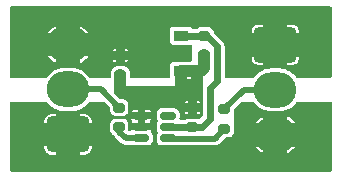
<source format=gbr>
%TF.GenerationSoftware,KiCad,Pcbnew,7.0.7*%
%TF.CreationDate,2023-10-29T23:30:44-04:00*%
%TF.ProjectId,Pixel_Boost2,50697865-6c5f-4426-9f6f-7374322e6b69,v2*%
%TF.SameCoordinates,Original*%
%TF.FileFunction,Copper,L1,Top*%
%TF.FilePolarity,Positive*%
%FSLAX46Y46*%
G04 Gerber Fmt 4.6, Leading zero omitted, Abs format (unit mm)*
G04 Created by KiCad (PCBNEW 7.0.7) date 2023-10-29 23:30:44*
%MOMM*%
%LPD*%
G01*
G04 APERTURE LIST*
G04 Aperture macros list*
%AMRoundRect*
0 Rectangle with rounded corners*
0 $1 Rounding radius*
0 $2 $3 $4 $5 $6 $7 $8 $9 X,Y pos of 4 corners*
0 Add a 4 corners polygon primitive as box body*
4,1,4,$2,$3,$4,$5,$6,$7,$8,$9,$2,$3,0*
0 Add four circle primitives for the rounded corners*
1,1,$1+$1,$2,$3*
1,1,$1+$1,$4,$5*
1,1,$1+$1,$6,$7*
1,1,$1+$1,$8,$9*
0 Add four rect primitives between the rounded corners*
20,1,$1+$1,$2,$3,$4,$5,0*
20,1,$1+$1,$4,$5,$6,$7,0*
20,1,$1+$1,$6,$7,$8,$9,0*
20,1,$1+$1,$8,$9,$2,$3,0*%
%AMFreePoly0*
4,1,9,3.862500,-0.866500,0.737500,-0.866500,0.737500,-0.450000,-0.737500,-0.450000,-0.737500,0.450000,0.737500,0.450000,0.737500,0.866500,3.862500,0.866500,3.862500,-0.866500,3.862500,-0.866500,$1*%
G04 Aperture macros list end*
%TA.AperFunction,ComponentPad*%
%ADD10RoundRect,0.416667X-1.383333X1.083333X-1.383333X-1.083333X1.383333X-1.083333X1.383333X1.083333X0*%
%TD*%
%TA.AperFunction,ComponentPad*%
%ADD11O,3.600000X3.000000*%
%TD*%
%TA.AperFunction,ComponentPad*%
%ADD12RoundRect,0.416667X1.383333X-1.083333X1.383333X1.083333X-1.383333X1.083333X-1.383333X-1.083333X0*%
%TD*%
%TA.AperFunction,SMDPad,CuDef*%
%ADD13RoundRect,0.150000X-0.512500X-0.150000X0.512500X-0.150000X0.512500X0.150000X-0.512500X0.150000X0*%
%TD*%
%TA.AperFunction,SMDPad,CuDef*%
%ADD14RoundRect,0.200000X-0.275000X0.200000X-0.275000X-0.200000X0.275000X-0.200000X0.275000X0.200000X0*%
%TD*%
%TA.AperFunction,SMDPad,CuDef*%
%ADD15RoundRect,0.200000X0.275000X-0.200000X0.275000X0.200000X-0.275000X0.200000X-0.275000X-0.200000X0*%
%TD*%
%TA.AperFunction,SMDPad,CuDef*%
%ADD16R,1.300000X0.900000*%
%TD*%
%TA.AperFunction,SMDPad,CuDef*%
%ADD17FreePoly0,180.000000*%
%TD*%
%TA.AperFunction,ViaPad*%
%ADD18C,0.800000*%
%TD*%
%TA.AperFunction,Conductor*%
%ADD19C,0.600000*%
%TD*%
%TA.AperFunction,Conductor*%
%ADD20C,0.500000*%
%TD*%
%TA.AperFunction,Conductor*%
%ADD21C,1.000000*%
%TD*%
%TA.AperFunction,Conductor*%
%ADD22C,0.350000*%
%TD*%
G04 APERTURE END LIST*
D10*
%TO.P,J2,1,Pin_1*%
%TO.N,+12V*%
X160020000Y-109260000D03*
D11*
%TO.P,J2,2,Pin_2*%
%TO.N,Net-(J2-Pin_2)*%
X160020000Y-113070000D03*
%TO.P,J2,3,Pin_3*%
%TO.N,GND*%
X160020000Y-116880000D03*
%TD*%
D12*
%TO.P,J1,1,Pin_1*%
%TO.N,GND*%
X142467500Y-116842500D03*
D11*
%TO.P,J1,2,Pin_2*%
%TO.N,Net-(J1-Pin_2)*%
X142467500Y-113032500D03*
%TO.P,J1,3,Pin_3*%
%TO.N,+12V*%
X142467500Y-109222500D03*
%TD*%
D13*
%TO.P,U3,1*%
%TO.N,GND*%
X148662500Y-115250000D03*
%TO.P,U3,2,GND*%
X148662500Y-116200000D03*
%TO.P,U3,3*%
%TO.N,Net-(R1-Pad2)*%
X148662500Y-117150000D03*
%TO.P,U3,4*%
%TO.N,Net-(R2-Pad1)*%
X150937500Y-117150000D03*
%TO.P,U3,5,VCC*%
%TO.N,+5V*%
X150937500Y-116200000D03*
%TO.P,U3,6*%
%TO.N,unconnected-(U3-Pad6)*%
X150937500Y-115250000D03*
%TD*%
D14*
%TO.P,R1,1*%
%TO.N,Net-(J1-Pin_2)*%
X146800000Y-114575000D03*
%TO.P,R1,2*%
%TO.N,Net-(R1-Pad2)*%
X146800000Y-116225000D03*
%TD*%
D15*
%TO.P,C3,1*%
%TO.N,+5V*%
X153000000Y-116225000D03*
%TO.P,C3,2*%
%TO.N,GND*%
X153000000Y-114575000D03*
%TD*%
D16*
%TO.P,U1,1,GND*%
%TO.N,GND*%
X152050000Y-111485000D03*
D17*
%TO.P,U1,2,VI*%
%TO.N,+12V*%
X151962500Y-109985000D03*
D16*
%TO.P,U1,3,VO*%
%TO.N,+5V*%
X152050000Y-108485000D03*
%TD*%
D15*
%TO.P,R2,1*%
%TO.N,Net-(R2-Pad1)*%
X155710000Y-116375000D03*
%TO.P,R2,2*%
%TO.N,Net-(J2-Pin_2)*%
X155710000Y-114725000D03*
%TD*%
D14*
%TO.P,C1,1*%
%TO.N,+12V*%
X146900000Y-110175000D03*
%TO.P,C1,2*%
%TO.N,GND*%
X146900000Y-111825000D03*
%TD*%
%TO.P,C2,1*%
%TO.N,+5V*%
X154020000Y-108480000D03*
%TO.P,C2,2*%
%TO.N,GND*%
X154020000Y-110130000D03*
%TD*%
D18*
%TO.N,GND*%
X152300000Y-118300000D03*
X155310000Y-118220000D03*
X151000000Y-114190000D03*
X149700000Y-118330000D03*
X148700000Y-114200000D03*
X146825000Y-118300000D03*
%TO.N,+12V*%
X156260000Y-106960000D03*
X148475000Y-111506000D03*
X150400000Y-111506000D03*
X156300000Y-111390000D03*
X148625000Y-108210000D03*
X150425000Y-108210000D03*
X146875000Y-108925000D03*
%TD*%
D19*
%TO.N,+5V*%
X153800000Y-116200000D02*
X150937500Y-116200000D01*
X154500000Y-115500000D02*
X153800000Y-116200000D01*
X154500000Y-112950000D02*
X154500000Y-115500000D01*
X155110000Y-109390000D02*
X155110000Y-112340000D01*
X155110000Y-112340000D02*
X154500000Y-112950000D01*
X154200000Y-108480000D02*
X155110000Y-109390000D01*
D20*
X154020000Y-108480000D02*
X154200000Y-108480000D01*
%TO.N,Net-(J2-Pin_2)*%
X155710000Y-114690000D02*
X155710000Y-114725000D01*
X157332500Y-113067500D02*
X155710000Y-114690000D01*
X160017500Y-113067500D02*
X157332500Y-113067500D01*
%TO.N,Net-(R2-Pad1)*%
X150887500Y-117200000D02*
X150862500Y-117175000D01*
X154885000Y-117200000D02*
X150887500Y-117200000D01*
X155710000Y-116375000D02*
X154885000Y-117200000D01*
%TO.N,Net-(R1-Pad2)*%
X147350000Y-117150000D02*
X148662500Y-117150000D01*
X146800000Y-116600000D02*
X147350000Y-117150000D01*
X146800000Y-116225000D02*
X146800000Y-116600000D01*
D19*
%TO.N,+5V*%
X152050000Y-108485000D02*
X154015000Y-108485000D01*
D20*
X154015000Y-108485000D02*
X154020000Y-108480000D01*
D21*
%TO.N,GND*%
X152050000Y-113150000D02*
X151925000Y-113275000D01*
X154020000Y-110130000D02*
X154020000Y-111216498D01*
X151925000Y-113275000D02*
X148600000Y-113275000D01*
X152050000Y-111485000D02*
X152050000Y-113150000D01*
X146900000Y-111825000D02*
X146900000Y-113075000D01*
X154020000Y-111216498D02*
X153751498Y-111485000D01*
X153751498Y-111485000D02*
X152050000Y-111485000D01*
X146900000Y-113075000D02*
X147100000Y-113275000D01*
X147100000Y-113275000D02*
X149250000Y-113275000D01*
D20*
%TO.N,Net-(J1-Pin_2)*%
X145257500Y-113032500D02*
X142467500Y-113032500D01*
X146800000Y-114575000D02*
X145257500Y-113032500D01*
D22*
%TO.N,Net-(J2-Pin_2)*%
X160020000Y-113070000D02*
X160017500Y-113067500D01*
%TD*%
%TA.AperFunction,Conductor*%
%TO.N,GND*%
G36*
X153858366Y-111619289D02*
G01*
X153895057Y-111669789D01*
X153900000Y-111701000D01*
X153900000Y-112842235D01*
X153899567Y-112848834D01*
X153891201Y-112912380D01*
X153891200Y-112912396D01*
X153886250Y-112949997D01*
X153886250Y-112949999D01*
X153891068Y-112986594D01*
X153891500Y-112993193D01*
X153891500Y-115206114D01*
X153872211Y-115265480D01*
X153861918Y-115277532D01*
X153599247Y-115540203D01*
X153543629Y-115568542D01*
X153492533Y-115563417D01*
X153384199Y-115523010D01*
X153323646Y-115516500D01*
X153323638Y-115516500D01*
X152676362Y-115516500D01*
X152676353Y-115516500D01*
X152615802Y-115523010D01*
X152615799Y-115523010D01*
X152615799Y-115523011D01*
X152478796Y-115574111D01*
X152478794Y-115574112D01*
X152478792Y-115574113D01*
X152472452Y-115577575D01*
X152471160Y-115575210D01*
X152423400Y-115591490D01*
X152421951Y-115591500D01*
X152006635Y-115591500D01*
X151947269Y-115572211D01*
X151910578Y-115521711D01*
X151906076Y-115481070D01*
X151908500Y-115455226D01*
X151908500Y-115044774D01*
X151905595Y-115013797D01*
X151892020Y-114975000D01*
X152368994Y-114975000D01*
X152390804Y-115017803D01*
X152390806Y-115017806D01*
X152482190Y-115109191D01*
X152597348Y-115167867D01*
X152600000Y-115168286D01*
X152600000Y-114975000D01*
X153400000Y-114975000D01*
X153400000Y-115168286D01*
X153402651Y-115167867D01*
X153517809Y-115109191D01*
X153609193Y-115017806D01*
X153609195Y-115017803D01*
X153631005Y-114975000D01*
X153400000Y-114975000D01*
X152600000Y-114975000D01*
X152368994Y-114975000D01*
X151892020Y-114975000D01*
X151859946Y-114883337D01*
X151777871Y-114772129D01*
X151666663Y-114690054D01*
X151666661Y-114690053D01*
X151599265Y-114666471D01*
X151536203Y-114644405D01*
X151505226Y-114641500D01*
X150369774Y-114641500D01*
X150338797Y-114644405D01*
X150208338Y-114690053D01*
X150097129Y-114772129D01*
X150015053Y-114883338D01*
X149969405Y-115013797D01*
X149966500Y-115044778D01*
X149966500Y-115455221D01*
X149969405Y-115486202D01*
X150015053Y-115616662D01*
X150015055Y-115616665D01*
X150050745Y-115665023D01*
X150070478Y-115724243D01*
X150051634Y-115783752D01*
X150050746Y-115784973D01*
X150015056Y-115833331D01*
X150015053Y-115833337D01*
X149969405Y-115963797D01*
X149966500Y-115994778D01*
X149966500Y-116405221D01*
X149969405Y-116436202D01*
X150015053Y-116566662D01*
X150015054Y-116566664D01*
X150050746Y-116615025D01*
X150070478Y-116674245D01*
X150051633Y-116733754D01*
X150050746Y-116734975D01*
X150015054Y-116783335D01*
X150015053Y-116783337D01*
X149969404Y-116913796D01*
X149969405Y-116913797D01*
X149966500Y-116944774D01*
X149966500Y-117355226D01*
X149968279Y-117374192D01*
X149969405Y-117386202D01*
X150007565Y-117495262D01*
X150015054Y-117516663D01*
X150097129Y-117627871D01*
X150208337Y-117709946D01*
X150338797Y-117755595D01*
X150369774Y-117758500D01*
X150810736Y-117758500D01*
X150856273Y-117758500D01*
X150861440Y-117758765D01*
X150871846Y-117759834D01*
X150906747Y-117763422D01*
X150926774Y-117759968D01*
X150943935Y-117758500D01*
X154875462Y-117758500D01*
X154942649Y-117760795D01*
X154942649Y-117760794D01*
X154942652Y-117760795D01*
X154986924Y-117750006D01*
X154991959Y-117749049D01*
X155037098Y-117742846D01*
X155055739Y-117734748D01*
X155072067Y-117729258D01*
X155091815Y-117724446D01*
X155131510Y-117702126D01*
X155136138Y-117699826D01*
X155177916Y-117681680D01*
X155193685Y-117668849D01*
X155207924Y-117659159D01*
X155225639Y-117649199D01*
X155257845Y-117616991D01*
X155261669Y-117613541D01*
X155297010Y-117584790D01*
X155308737Y-117568175D01*
X155319822Y-117555014D01*
X155761755Y-117113082D01*
X155817374Y-117084743D01*
X155833174Y-117083500D01*
X156033630Y-117083500D01*
X156033638Y-117083500D01*
X156094201Y-117076989D01*
X156231204Y-117025889D01*
X156348261Y-116938261D01*
X156353765Y-116930909D01*
X159016132Y-116930909D01*
X159046929Y-117131939D01*
X159046931Y-117131945D01*
X159117563Y-117322661D01*
X159117568Y-117322670D01*
X159225141Y-117495256D01*
X159225143Y-117495259D01*
X159225146Y-117495263D01*
X159340867Y-117617001D01*
X159365269Y-117642672D01*
X159395044Y-117663396D01*
X159532195Y-117758856D01*
X159719093Y-117839060D01*
X159758936Y-117847247D01*
X159918306Y-117880000D01*
X159918310Y-117880000D01*
X160070708Y-117880000D01*
X160070712Y-117880000D01*
X161020000Y-117880000D01*
X161020000Y-118439378D01*
X161080103Y-118415155D01*
X161080106Y-118415154D01*
X161305532Y-118281136D01*
X161305539Y-118281131D01*
X161507867Y-118114271D01*
X161682354Y-117918483D01*
X161682357Y-117918479D01*
X161707276Y-117880000D01*
X161020000Y-117880000D01*
X160070712Y-117880000D01*
X160222337Y-117864581D01*
X160416390Y-117803697D01*
X160594214Y-117704996D01*
X160748531Y-117572520D01*
X160873021Y-117411692D01*
X160873021Y-117411690D01*
X160873023Y-117411689D01*
X160917014Y-117322003D01*
X160962588Y-117229096D01*
X161013566Y-117032209D01*
X161023867Y-116829090D01*
X161016858Y-116783337D01*
X160993070Y-116628060D01*
X160993069Y-116628058D01*
X160993069Y-116628055D01*
X160922435Y-116437335D01*
X160848270Y-116318348D01*
X160814858Y-116264743D01*
X160814856Y-116264741D01*
X160814854Y-116264737D01*
X160674732Y-116117329D01*
X160674731Y-116117328D01*
X160674730Y-116117327D01*
X160585189Y-116055005D01*
X160507805Y-116001144D01*
X160395872Y-115953110D01*
X160320910Y-115920941D01*
X160320905Y-115920939D01*
X160121694Y-115880000D01*
X160121690Y-115880000D01*
X159969288Y-115880000D01*
X159969281Y-115880000D01*
X159817668Y-115895418D01*
X159817662Y-115895419D01*
X159623612Y-115956301D01*
X159445784Y-116055005D01*
X159291470Y-116187478D01*
X159291467Y-116187482D01*
X159166977Y-116348309D01*
X159166976Y-116348310D01*
X159077414Y-116530898D01*
X159077411Y-116530904D01*
X159026434Y-116727789D01*
X159026433Y-116727796D01*
X159016132Y-116930908D01*
X159016132Y-116930909D01*
X156353765Y-116930909D01*
X156435889Y-116821204D01*
X156486989Y-116684201D01*
X156493500Y-116623638D01*
X156493500Y-116298335D01*
X156500000Y-116278329D01*
X156500000Y-115879999D01*
X158332724Y-115879999D01*
X158332725Y-115880000D01*
X159020000Y-115880000D01*
X159020000Y-115320694D01*
X161020000Y-115320694D01*
X161020000Y-115880000D01*
X161705368Y-115880000D01*
X161598867Y-115740283D01*
X161409893Y-115558413D01*
X161195393Y-115407538D01*
X161195386Y-115407534D01*
X161020000Y-115320694D01*
X159020000Y-115320694D01*
X159020000Y-115320619D01*
X158959890Y-115344847D01*
X158734467Y-115478863D01*
X158734460Y-115478868D01*
X158532132Y-115645728D01*
X158357645Y-115841516D01*
X158357642Y-115841520D01*
X158332724Y-115879999D01*
X156500000Y-115879999D01*
X156500000Y-114927781D01*
X156494743Y-114917464D01*
X156493500Y-114901664D01*
X156493500Y-114738174D01*
X156512789Y-114678808D01*
X156523082Y-114666756D01*
X157090257Y-114099582D01*
X157145875Y-114071243D01*
X157161675Y-114070000D01*
X158159574Y-114070000D01*
X158218940Y-114089289D01*
X158243024Y-114114105D01*
X158302091Y-114200740D01*
X158302098Y-114200749D01*
X158486455Y-114399440D01*
X158677453Y-114551755D01*
X158698379Y-114568443D01*
X158933121Y-114703971D01*
X158933126Y-114703973D01*
X158933128Y-114703974D01*
X159055849Y-114752138D01*
X159185441Y-114802999D01*
X159449701Y-114863315D01*
X159603083Y-114874809D01*
X159652329Y-114878500D01*
X159652332Y-114878500D01*
X160387671Y-114878500D01*
X160433225Y-114875085D01*
X160590299Y-114863315D01*
X160854559Y-114802999D01*
X161106879Y-114703971D01*
X161341621Y-114568443D01*
X161553542Y-114399442D01*
X161737907Y-114200743D01*
X161796976Y-114114104D01*
X161846356Y-114075920D01*
X161880426Y-114070000D01*
X164688500Y-114070000D01*
X164747866Y-114089289D01*
X164784557Y-114139789D01*
X164789500Y-114171000D01*
X164789500Y-119898500D01*
X164770211Y-119957866D01*
X164719711Y-119994557D01*
X164688500Y-119999500D01*
X137676500Y-119999500D01*
X137617134Y-119980211D01*
X137580443Y-119929711D01*
X137575500Y-119898500D01*
X137575500Y-117842500D01*
X140459500Y-117842500D01*
X140459500Y-117988915D01*
X140462286Y-118024326D01*
X140506318Y-118175888D01*
X140506319Y-118175891D01*
X140586661Y-118311740D01*
X140698259Y-118423338D01*
X140834108Y-118503680D01*
X140834111Y-118503681D01*
X140985673Y-118547713D01*
X141021085Y-118550500D01*
X141467500Y-118550500D01*
X141467500Y-117842500D01*
X140459500Y-117842500D01*
X137575500Y-117842500D01*
X137575500Y-116893409D01*
X141463632Y-116893409D01*
X141494429Y-117094439D01*
X141494431Y-117094445D01*
X141565063Y-117285161D01*
X141565068Y-117285170D01*
X141672641Y-117457756D01*
X141672643Y-117457759D01*
X141672646Y-117457763D01*
X141793396Y-117584792D01*
X141812769Y-117605172D01*
X141845380Y-117627870D01*
X141979695Y-117721356D01*
X142166593Y-117801560D01*
X142176997Y-117803698D01*
X142365806Y-117842500D01*
X142365810Y-117842500D01*
X142518208Y-117842500D01*
X142518212Y-117842500D01*
X143467500Y-117842500D01*
X143467500Y-118550500D01*
X143913915Y-118550500D01*
X143949326Y-118547713D01*
X144100888Y-118503681D01*
X144100891Y-118503680D01*
X144236740Y-118423338D01*
X144348338Y-118311740D01*
X144428680Y-118175891D01*
X144428681Y-118175888D01*
X144472713Y-118024326D01*
X144475500Y-117988915D01*
X144475500Y-117880000D01*
X158334631Y-117880000D01*
X158441132Y-118019716D01*
X158630106Y-118201586D01*
X158844606Y-118352461D01*
X158844613Y-118352465D01*
X159020000Y-118439304D01*
X159020000Y-117880000D01*
X158334631Y-117880000D01*
X144475500Y-117880000D01*
X144475500Y-117842500D01*
X143467500Y-117842500D01*
X142518212Y-117842500D01*
X142669837Y-117827081D01*
X142863890Y-117766197D01*
X143041714Y-117667496D01*
X143196031Y-117535020D01*
X143320521Y-117374192D01*
X143320521Y-117374190D01*
X143320523Y-117374189D01*
X143391694Y-117229095D01*
X143410088Y-117191596D01*
X143461066Y-116994709D01*
X143471367Y-116791590D01*
X143445727Y-116624226D01*
X143440570Y-116590560D01*
X143440569Y-116590558D01*
X143440569Y-116590555D01*
X143397271Y-116473646D01*
X146016500Y-116473646D01*
X146023010Y-116534197D01*
X146023010Y-116534199D01*
X146023011Y-116534201D01*
X146056370Y-116623638D01*
X146074112Y-116671206D01*
X146161738Y-116788260D01*
X146161739Y-116788261D01*
X146278796Y-116875889D01*
X146278799Y-116875890D01*
X146289209Y-116879773D01*
X146338092Y-116918591D01*
X146341951Y-116924901D01*
X146350800Y-116940637D01*
X146350801Y-116940639D01*
X146382998Y-116972837D01*
X146386465Y-116976678D01*
X146401134Y-116994709D01*
X146415210Y-117012010D01*
X146431817Y-117023732D01*
X146444990Y-117034828D01*
X146948331Y-117538169D01*
X146994225Y-117587309D01*
X147033131Y-117610968D01*
X147037407Y-117613878D01*
X147073699Y-117641399D01*
X147092608Y-117648855D01*
X147108031Y-117656516D01*
X147125397Y-117667077D01*
X147125401Y-117667079D01*
X147169251Y-117679365D01*
X147174157Y-117681015D01*
X147211538Y-117695756D01*
X147216523Y-117697722D01*
X147236749Y-117699800D01*
X147253667Y-117703017D01*
X147273232Y-117708499D01*
X147273236Y-117708500D01*
X147318773Y-117708500D01*
X147323940Y-117708765D01*
X147334346Y-117709834D01*
X147369247Y-117713422D01*
X147389274Y-117709968D01*
X147406435Y-117708500D01*
X147912045Y-117708500D01*
X147945403Y-117714168D01*
X148063797Y-117755595D01*
X148094774Y-117758500D01*
X148094779Y-117758500D01*
X149230221Y-117758500D01*
X149230226Y-117758500D01*
X149261203Y-117755595D01*
X149391663Y-117709946D01*
X149502871Y-117627871D01*
X149584946Y-117516663D01*
X149630595Y-117386203D01*
X149633500Y-117355226D01*
X149633500Y-116944774D01*
X149630595Y-116913797D01*
X149584946Y-116783337D01*
X149502871Y-116672129D01*
X149502869Y-116672128D01*
X149502869Y-116672127D01*
X149497519Y-116666777D01*
X149499481Y-116664814D01*
X149470461Y-116624226D01*
X149470935Y-116561806D01*
X149476015Y-116549387D01*
X149500159Y-116500000D01*
X147824841Y-116500000D01*
X147797386Y-116543982D01*
X147749587Y-116584128D01*
X147711709Y-116591500D01*
X147683269Y-116591500D01*
X147623903Y-116572211D01*
X147587212Y-116521711D01*
X147582847Y-116479709D01*
X147583500Y-116473638D01*
X147583500Y-115976362D01*
X147576989Y-115915799D01*
X147525889Y-115778796D01*
X147497445Y-115740800D01*
X147438261Y-115661739D01*
X147438260Y-115661738D01*
X147321206Y-115574112D01*
X147321204Y-115574111D01*
X147256561Y-115550000D01*
X147824842Y-115550000D01*
X147854615Y-115610903D01*
X147897294Y-115653582D01*
X147925633Y-115709200D01*
X147915868Y-115770853D01*
X147897294Y-115796418D01*
X147854615Y-115839096D01*
X147824842Y-115900000D01*
X148362500Y-115900000D01*
X148362500Y-115550000D01*
X148962500Y-115550000D01*
X148962500Y-115900000D01*
X149500158Y-115900000D01*
X149470384Y-115839096D01*
X149427706Y-115796418D01*
X149399367Y-115740800D01*
X149409132Y-115679147D01*
X149427706Y-115653582D01*
X149470384Y-115610903D01*
X149500158Y-115550000D01*
X148962500Y-115550000D01*
X148362500Y-115550000D01*
X147824842Y-115550000D01*
X147256561Y-115550000D01*
X147184201Y-115523011D01*
X147184199Y-115523010D01*
X147184197Y-115523010D01*
X147123646Y-115516500D01*
X147123638Y-115516500D01*
X146476362Y-115516500D01*
X146476353Y-115516500D01*
X146415802Y-115523010D01*
X146278793Y-115574112D01*
X146161739Y-115661738D01*
X146161738Y-115661739D01*
X146074112Y-115778793D01*
X146074110Y-115778796D01*
X146074111Y-115778796D01*
X146030613Y-115895419D01*
X146023010Y-115915802D01*
X146016500Y-115976353D01*
X146016500Y-116473646D01*
X143397271Y-116473646D01*
X143369935Y-116399835D01*
X143262354Y-116227237D01*
X143122232Y-116079829D01*
X143122231Y-116079828D01*
X143122230Y-116079827D01*
X143032689Y-116017505D01*
X142955305Y-115963644D01*
X142843372Y-115915610D01*
X142768410Y-115883441D01*
X142768405Y-115883439D01*
X142569194Y-115842500D01*
X142569190Y-115842500D01*
X142416788Y-115842500D01*
X142416781Y-115842500D01*
X142265168Y-115857918D01*
X142265162Y-115857919D01*
X142071112Y-115918801D01*
X141893284Y-116017505D01*
X141738970Y-116149978D01*
X141738967Y-116149982D01*
X141614477Y-116310809D01*
X141614476Y-116310810D01*
X141524914Y-116493398D01*
X141524911Y-116493404D01*
X141473934Y-116690289D01*
X141473933Y-116690296D01*
X141463632Y-116893408D01*
X141463632Y-116893409D01*
X137575500Y-116893409D01*
X137575500Y-115842500D01*
X140459500Y-115842500D01*
X141467500Y-115842500D01*
X141467500Y-115134500D01*
X143467500Y-115134500D01*
X143467500Y-115842500D01*
X144475500Y-115842500D01*
X144475500Y-115696085D01*
X144472713Y-115660673D01*
X144428681Y-115509111D01*
X144428680Y-115509108D01*
X144348338Y-115373259D01*
X144236740Y-115261661D01*
X144100891Y-115181319D01*
X144100888Y-115181318D01*
X143949326Y-115137286D01*
X143913915Y-115134500D01*
X143467500Y-115134500D01*
X141467500Y-115134500D01*
X141021085Y-115134500D01*
X140985673Y-115137286D01*
X140834111Y-115181318D01*
X140834108Y-115181319D01*
X140698259Y-115261661D01*
X140586661Y-115373259D01*
X140506319Y-115509108D01*
X140506318Y-115509111D01*
X140462286Y-115660673D01*
X140459500Y-115696085D01*
X140459500Y-115842500D01*
X137575500Y-115842500D01*
X137575500Y-114171000D01*
X137594789Y-114111634D01*
X137645289Y-114074943D01*
X137676500Y-114070000D01*
X140632641Y-114070000D01*
X140692007Y-114089289D01*
X140716091Y-114114105D01*
X140749591Y-114163240D01*
X140749598Y-114163249D01*
X140933955Y-114361940D01*
X140980982Y-114399442D01*
X141145879Y-114530943D01*
X141380621Y-114666471D01*
X141380626Y-114666473D01*
X141380628Y-114666474D01*
X141456721Y-114696338D01*
X141632941Y-114765499D01*
X141897201Y-114825815D01*
X142050583Y-114837309D01*
X142099829Y-114841000D01*
X142099832Y-114841000D01*
X142835171Y-114841000D01*
X142880726Y-114837585D01*
X143037799Y-114825815D01*
X143302059Y-114765499D01*
X143554379Y-114666471D01*
X143789121Y-114530943D01*
X144001042Y-114361942D01*
X144185407Y-114163243D01*
X144218908Y-114114105D01*
X144268289Y-114075920D01*
X144302359Y-114070000D01*
X145463326Y-114070000D01*
X145522692Y-114089289D01*
X145534744Y-114099582D01*
X145986918Y-114551755D01*
X146015257Y-114607373D01*
X146016500Y-114623173D01*
X146016500Y-114823646D01*
X146023010Y-114884197D01*
X146023010Y-114884199D01*
X146023011Y-114884201D01*
X146072844Y-115017806D01*
X146074112Y-115021206D01*
X146161738Y-115138260D01*
X146161739Y-115138261D01*
X146219257Y-115181319D01*
X146278796Y-115225889D01*
X146415799Y-115276989D01*
X146476362Y-115283500D01*
X146476370Y-115283500D01*
X147123630Y-115283500D01*
X147123638Y-115283500D01*
X147184201Y-115276989D01*
X147321204Y-115225889D01*
X147438261Y-115138261D01*
X147525889Y-115021204D01*
X147552447Y-114950000D01*
X147824842Y-114950000D01*
X148362500Y-114950000D01*
X148362500Y-114742000D01*
X148962500Y-114742000D01*
X148962500Y-114950000D01*
X149500158Y-114950000D01*
X149470384Y-114889096D01*
X149385901Y-114804613D01*
X149278561Y-114752138D01*
X149278562Y-114752138D01*
X149208974Y-114742000D01*
X148962500Y-114742000D01*
X148362500Y-114742000D01*
X148116026Y-114742000D01*
X148046438Y-114752138D01*
X147939098Y-114804613D01*
X147854615Y-114889096D01*
X147824842Y-114950000D01*
X147552447Y-114950000D01*
X147576989Y-114884201D01*
X147583500Y-114823638D01*
X147583500Y-114326362D01*
X147576989Y-114265799D01*
X147543122Y-114174999D01*
X152368994Y-114174999D01*
X152368995Y-114175000D01*
X152600000Y-114175000D01*
X152600000Y-113981712D01*
X153400000Y-113981712D01*
X153400000Y-114175000D01*
X153631005Y-114175000D01*
X153631005Y-114174999D01*
X153609195Y-114132196D01*
X153609193Y-114132193D01*
X153517809Y-114040808D01*
X153402651Y-113982132D01*
X153400000Y-113981712D01*
X152600000Y-113981712D01*
X152597348Y-113982132D01*
X152482190Y-114040808D01*
X152390806Y-114132193D01*
X152390804Y-114132196D01*
X152368994Y-114174999D01*
X147543122Y-114174999D01*
X147525889Y-114128796D01*
X147514891Y-114114105D01*
X147438261Y-114011739D01*
X147438260Y-114011738D01*
X147321206Y-113924112D01*
X147321204Y-113924111D01*
X147184201Y-113873011D01*
X147184199Y-113873010D01*
X147184197Y-113873010D01*
X147123646Y-113866500D01*
X147123638Y-113866500D01*
X146923174Y-113866500D01*
X146863808Y-113847211D01*
X146851756Y-113836918D01*
X146427508Y-113412670D01*
X146399169Y-113357052D01*
X146397932Y-113340166D01*
X146398914Y-113249900D01*
X146418848Y-113190748D01*
X146469744Y-113154609D01*
X146499908Y-113150000D01*
X152100000Y-113150000D01*
X152100000Y-112243999D01*
X152119289Y-112184633D01*
X152169789Y-112147942D01*
X152201000Y-112142999D01*
X152720486Y-112142999D01*
X152781158Y-112130931D01*
X152849959Y-112084960D01*
X152849960Y-112084959D01*
X152895931Y-112016157D01*
X152908000Y-111955482D01*
X152908000Y-111701000D01*
X152927289Y-111641634D01*
X152977789Y-111604943D01*
X153009000Y-111600000D01*
X153799000Y-111600000D01*
X153858366Y-111619289D01*
G37*
%TD.AperFunction*%
%TD*%
%TA.AperFunction,Conductor*%
%TO.N,+12V*%
G36*
X164747866Y-106019789D02*
G01*
X164784557Y-106070289D01*
X164789500Y-106101500D01*
X164789500Y-111959000D01*
X164770211Y-112018366D01*
X164719711Y-112055057D01*
X164688500Y-112060000D01*
X161873608Y-112060000D01*
X161814242Y-112040711D01*
X161790158Y-112015895D01*
X161737908Y-111939258D01*
X161737901Y-111939250D01*
X161553544Y-111740559D01*
X161341623Y-111571558D01*
X161245045Y-111515799D01*
X161106879Y-111436029D01*
X161106875Y-111436027D01*
X161106871Y-111436025D01*
X160854565Y-111337003D01*
X160854557Y-111337000D01*
X160590302Y-111276685D01*
X160387671Y-111261500D01*
X160387668Y-111261500D01*
X159652332Y-111261500D01*
X159652329Y-111261500D01*
X159449697Y-111276685D01*
X159185442Y-111337000D01*
X159185434Y-111337003D01*
X158933128Y-111436025D01*
X158698376Y-111571558D01*
X158486455Y-111740559D01*
X158302098Y-111939250D01*
X158302095Y-111939253D01*
X158249841Y-112015896D01*
X158200461Y-112054080D01*
X158166391Y-112060000D01*
X155819500Y-112060000D01*
X155760134Y-112040711D01*
X155723443Y-111990211D01*
X155718500Y-111959000D01*
X155718500Y-110260000D01*
X158012000Y-110260000D01*
X158012000Y-110406415D01*
X158014786Y-110441826D01*
X158058818Y-110593388D01*
X158058819Y-110593391D01*
X158139161Y-110729240D01*
X158250759Y-110840838D01*
X158386608Y-110921180D01*
X158386611Y-110921181D01*
X158538173Y-110965213D01*
X158573585Y-110968000D01*
X159020000Y-110968000D01*
X159020000Y-110260000D01*
X158012000Y-110260000D01*
X155718500Y-110260000D01*
X155718500Y-109433191D01*
X155718933Y-109426592D01*
X155720827Y-109412203D01*
X155723750Y-109390000D01*
X155718663Y-109351365D01*
X155718661Y-109351340D01*
X155713338Y-109310910D01*
X155713338Y-109310909D01*
X159016132Y-109310909D01*
X159046929Y-109511939D01*
X159046931Y-109511945D01*
X159117563Y-109702661D01*
X159117568Y-109702670D01*
X159225141Y-109875256D01*
X159225143Y-109875259D01*
X159225146Y-109875263D01*
X159365268Y-110022671D01*
X159532195Y-110138856D01*
X159719093Y-110219060D01*
X159758936Y-110227247D01*
X159918306Y-110260000D01*
X159918310Y-110260000D01*
X160070708Y-110260000D01*
X160070712Y-110260000D01*
X161020000Y-110260000D01*
X161020000Y-110968000D01*
X161466415Y-110968000D01*
X161501826Y-110965213D01*
X161653388Y-110921181D01*
X161653391Y-110921180D01*
X161789240Y-110840838D01*
X161900838Y-110729240D01*
X161981180Y-110593391D01*
X161981181Y-110593388D01*
X162025213Y-110441826D01*
X162028000Y-110406415D01*
X162028000Y-110260000D01*
X161020000Y-110260000D01*
X160070712Y-110260000D01*
X160222337Y-110244581D01*
X160416390Y-110183697D01*
X160594214Y-110084996D01*
X160748531Y-109952520D01*
X160873021Y-109791692D01*
X160873021Y-109791690D01*
X160873023Y-109791689D01*
X160917014Y-109702003D01*
X160962588Y-109609096D01*
X161013566Y-109412209D01*
X161023867Y-109209090D01*
X161002604Y-109070296D01*
X160993070Y-109008060D01*
X160993069Y-109008058D01*
X160993069Y-109008055D01*
X160922435Y-108817335D01*
X160866944Y-108728308D01*
X160814858Y-108644743D01*
X160814856Y-108644741D01*
X160814854Y-108644737D01*
X160674732Y-108497329D01*
X160674731Y-108497328D01*
X160674730Y-108497327D01*
X160585189Y-108435005D01*
X160507805Y-108381144D01*
X160395872Y-108333110D01*
X160320910Y-108300941D01*
X160320905Y-108300939D01*
X160121694Y-108260000D01*
X160121690Y-108260000D01*
X159969288Y-108260000D01*
X159969281Y-108260000D01*
X159817668Y-108275418D01*
X159817662Y-108275419D01*
X159623612Y-108336301D01*
X159445784Y-108435005D01*
X159291470Y-108567478D01*
X159291467Y-108567482D01*
X159166977Y-108728309D01*
X159166976Y-108728310D01*
X159077414Y-108910898D01*
X159077411Y-108910904D01*
X159026434Y-109107789D01*
X159026433Y-109107796D01*
X159016132Y-109310908D01*
X159016132Y-109310909D01*
X155713338Y-109310909D01*
X155702838Y-109231150D01*
X155641524Y-109083125D01*
X155583000Y-109006855D01*
X155568477Y-108987928D01*
X155568474Y-108987925D01*
X155563209Y-108981064D01*
X155543991Y-108956017D01*
X155543988Y-108956015D01*
X155543987Y-108956013D01*
X155514697Y-108933537D01*
X155509731Y-108929181D01*
X154840549Y-108260000D01*
X158012000Y-108260000D01*
X159020000Y-108260000D01*
X159020000Y-107552000D01*
X161020000Y-107552000D01*
X161020000Y-108260000D01*
X162028000Y-108260000D01*
X162028000Y-108113585D01*
X162025213Y-108078173D01*
X161981181Y-107926611D01*
X161981180Y-107926608D01*
X161900838Y-107790759D01*
X161789240Y-107679161D01*
X161653391Y-107598819D01*
X161653388Y-107598818D01*
X161501826Y-107554786D01*
X161466415Y-107552000D01*
X161020000Y-107552000D01*
X159020000Y-107552000D01*
X158573585Y-107552000D01*
X158538173Y-107554786D01*
X158386611Y-107598818D01*
X158386608Y-107598819D01*
X158250759Y-107679161D01*
X158139161Y-107790759D01*
X158058819Y-107926608D01*
X158058818Y-107926611D01*
X158014786Y-108078173D01*
X158012000Y-108113585D01*
X158012000Y-108260000D01*
X154840549Y-108260000D01*
X154827680Y-108247131D01*
X154799341Y-108191513D01*
X154798682Y-108186550D01*
X154796989Y-108170799D01*
X154745889Y-108033796D01*
X154712306Y-107988935D01*
X154658261Y-107916739D01*
X154658260Y-107916738D01*
X154541206Y-107829112D01*
X154541204Y-107829111D01*
X154404201Y-107778011D01*
X154404199Y-107778010D01*
X154404197Y-107778010D01*
X154343646Y-107771500D01*
X154343638Y-107771500D01*
X153696362Y-107771500D01*
X153696353Y-107771500D01*
X153635802Y-107778010D01*
X153635799Y-107778010D01*
X153635799Y-107778011D01*
X153498796Y-107829111D01*
X153498793Y-107829112D01*
X153498793Y-107829113D01*
X153462404Y-107856354D01*
X153403319Y-107876490D01*
X153401876Y-107876500D01*
X153019621Y-107876500D01*
X152960255Y-107857211D01*
X152948203Y-107846917D01*
X152877368Y-107776081D01*
X152877363Y-107776078D01*
X152771854Y-107729491D01*
X152746065Y-107726500D01*
X152746064Y-107726500D01*
X151353936Y-107726500D01*
X151353935Y-107726500D01*
X151328145Y-107729491D01*
X151222636Y-107776078D01*
X151222634Y-107776079D01*
X151141079Y-107857634D01*
X151141078Y-107857636D01*
X151094491Y-107963145D01*
X151091500Y-107988935D01*
X151091500Y-108981064D01*
X151094491Y-109006854D01*
X151141078Y-109112363D01*
X151141079Y-109112365D01*
X151222635Y-109193921D01*
X151326994Y-109240000D01*
X151328145Y-109240508D01*
X151353935Y-109243500D01*
X151353936Y-109243500D01*
X152746063Y-109243500D01*
X152746064Y-109243500D01*
X152759818Y-109241904D01*
X152773330Y-109240337D01*
X152779154Y-109240000D01*
X152839000Y-109240000D01*
X152898366Y-109259289D01*
X152935057Y-109309789D01*
X152940000Y-109341000D01*
X152940000Y-110575500D01*
X152920711Y-110634866D01*
X152870211Y-110671557D01*
X152839000Y-110676500D01*
X152098244Y-110676500D01*
X152092586Y-110676182D01*
X152050000Y-110671384D01*
X152004594Y-110676500D01*
X151868951Y-110691783D01*
X151785935Y-110720832D01*
X151752577Y-110726500D01*
X151353935Y-110726500D01*
X151328145Y-110729491D01*
X151222636Y-110776078D01*
X151222634Y-110776079D01*
X151141079Y-110857634D01*
X151141078Y-110857636D01*
X151094491Y-110963145D01*
X151091500Y-110988935D01*
X151091500Y-111978000D01*
X151072211Y-112037366D01*
X151021711Y-112074057D01*
X150990500Y-112079000D01*
X147809500Y-112079000D01*
X147750134Y-112059711D01*
X147713443Y-112009211D01*
X147708500Y-111978000D01*
X147708500Y-111779599D01*
X147708500Y-111779594D01*
X147693217Y-111643953D01*
X147693216Y-111643951D01*
X147693217Y-111643951D01*
X147689169Y-111632385D01*
X147683500Y-111599022D01*
X147683500Y-111576362D01*
X147676989Y-111515799D01*
X147625889Y-111378796D01*
X147538261Y-111261739D01*
X147421204Y-111174111D01*
X147421201Y-111174110D01*
X147421200Y-111174109D01*
X147338754Y-111143357D01*
X147320317Y-111134245D01*
X147253015Y-111091957D01*
X147253011Y-111091955D01*
X147081048Y-111031783D01*
X146900000Y-111011384D01*
X146718951Y-111031783D01*
X146546988Y-111091955D01*
X146546986Y-111091956D01*
X146479675Y-111134249D01*
X146461238Y-111143360D01*
X146378798Y-111174109D01*
X146378797Y-111174110D01*
X146261739Y-111261738D01*
X146261738Y-111261739D01*
X146174112Y-111378793D01*
X146123010Y-111515802D01*
X146116500Y-111576353D01*
X146116500Y-111599022D01*
X146110832Y-111632380D01*
X146106783Y-111643951D01*
X146091500Y-111779593D01*
X146091500Y-111959000D01*
X146072211Y-112018366D01*
X146021711Y-112055057D01*
X145990500Y-112060000D01*
X144346675Y-112060000D01*
X144287309Y-112040711D01*
X144263225Y-112015895D01*
X144185408Y-111901758D01*
X144185401Y-111901750D01*
X144001044Y-111703059D01*
X143789123Y-111534058D01*
X143742172Y-111506951D01*
X143554379Y-111398529D01*
X143554375Y-111398527D01*
X143554371Y-111398525D01*
X143302065Y-111299503D01*
X143302057Y-111299500D01*
X143037802Y-111239185D01*
X142835171Y-111224000D01*
X142835168Y-111224000D01*
X142099832Y-111224000D01*
X142099829Y-111224000D01*
X141897197Y-111239185D01*
X141632942Y-111299500D01*
X141632934Y-111299503D01*
X141380628Y-111398525D01*
X141145876Y-111534058D01*
X140933955Y-111703059D01*
X140749598Y-111901750D01*
X140749595Y-111901753D01*
X140671774Y-112015896D01*
X140622394Y-112054080D01*
X140588324Y-112060000D01*
X137676500Y-112060000D01*
X137617134Y-112040711D01*
X137580443Y-111990211D01*
X137575500Y-111959000D01*
X137575500Y-110222500D01*
X140782131Y-110222500D01*
X140888632Y-110362216D01*
X141077606Y-110544086D01*
X141292106Y-110694961D01*
X141292113Y-110694965D01*
X141467500Y-110781804D01*
X141467500Y-110222500D01*
X140782131Y-110222500D01*
X137575500Y-110222500D01*
X137575500Y-109273409D01*
X141463632Y-109273409D01*
X141494429Y-109474439D01*
X141494431Y-109474445D01*
X141565063Y-109665161D01*
X141565068Y-109665170D01*
X141672641Y-109837756D01*
X141672643Y-109837759D01*
X141672646Y-109837763D01*
X141812768Y-109985171D01*
X141979695Y-110101356D01*
X142166593Y-110181560D01*
X142176997Y-110183698D01*
X142365806Y-110222500D01*
X142365810Y-110222500D01*
X142518208Y-110222500D01*
X142518212Y-110222500D01*
X143467500Y-110222500D01*
X143467500Y-110781878D01*
X143527603Y-110757655D01*
X143527606Y-110757654D01*
X143753032Y-110623636D01*
X143753039Y-110623631D01*
X143812007Y-110575000D01*
X146268994Y-110575000D01*
X146290804Y-110617803D01*
X146290806Y-110617806D01*
X146382190Y-110709191D01*
X146497348Y-110767867D01*
X146500000Y-110768286D01*
X146500000Y-110575000D01*
X147300000Y-110575000D01*
X147300000Y-110768286D01*
X147302651Y-110767867D01*
X147417809Y-110709191D01*
X147509193Y-110617806D01*
X147509195Y-110617803D01*
X147531005Y-110575000D01*
X147300000Y-110575000D01*
X146500000Y-110575000D01*
X146268994Y-110575000D01*
X143812007Y-110575000D01*
X143955367Y-110456771D01*
X144129854Y-110260983D01*
X144129857Y-110260979D01*
X144154776Y-110222500D01*
X143467500Y-110222500D01*
X142518212Y-110222500D01*
X142669837Y-110207081D01*
X142863890Y-110146197D01*
X143041714Y-110047496D01*
X143196031Y-109915020D01*
X143304415Y-109774999D01*
X146268994Y-109774999D01*
X146268995Y-109775000D01*
X146500000Y-109775000D01*
X146500000Y-109581712D01*
X147300000Y-109581712D01*
X147300000Y-109775000D01*
X147531005Y-109775000D01*
X147531005Y-109774999D01*
X147509195Y-109732196D01*
X147509193Y-109732193D01*
X147417809Y-109640808D01*
X147302651Y-109582132D01*
X147300000Y-109581712D01*
X146500000Y-109581712D01*
X146497348Y-109582132D01*
X146382190Y-109640808D01*
X146290806Y-109732193D01*
X146290804Y-109732196D01*
X146268994Y-109774999D01*
X143304415Y-109774999D01*
X143320521Y-109754192D01*
X143320521Y-109754190D01*
X143320523Y-109754189D01*
X143391694Y-109609095D01*
X143410088Y-109571596D01*
X143461066Y-109374709D01*
X143471367Y-109171590D01*
X143461593Y-109107789D01*
X143440570Y-108970560D01*
X143440569Y-108970558D01*
X143440569Y-108970555D01*
X143369935Y-108779835D01*
X143262354Y-108607237D01*
X143122232Y-108459829D01*
X143122231Y-108459828D01*
X143122230Y-108459827D01*
X143032689Y-108397505D01*
X142955305Y-108343644D01*
X142843372Y-108295610D01*
X142768410Y-108263441D01*
X142768405Y-108263439D01*
X142569194Y-108222500D01*
X142569190Y-108222500D01*
X142416788Y-108222500D01*
X142416781Y-108222500D01*
X142265168Y-108237918D01*
X142265162Y-108237919D01*
X142071112Y-108298801D01*
X141893284Y-108397505D01*
X141738970Y-108529978D01*
X141738967Y-108529982D01*
X141614477Y-108690809D01*
X141614476Y-108690810D01*
X141524914Y-108873398D01*
X141524911Y-108873404D01*
X141473934Y-109070289D01*
X141473933Y-109070296D01*
X141463632Y-109273408D01*
X141463632Y-109273409D01*
X137575500Y-109273409D01*
X137575500Y-108222499D01*
X140780224Y-108222499D01*
X140780225Y-108222500D01*
X141467500Y-108222500D01*
X141467500Y-107663194D01*
X143467500Y-107663194D01*
X143467500Y-108222500D01*
X144152868Y-108222500D01*
X144046367Y-108082783D01*
X143857393Y-107900913D01*
X143642893Y-107750038D01*
X143642886Y-107750034D01*
X143467500Y-107663194D01*
X141467500Y-107663194D01*
X141467500Y-107663119D01*
X141407390Y-107687347D01*
X141181967Y-107821363D01*
X141181960Y-107821368D01*
X140979632Y-107988228D01*
X140805145Y-108184016D01*
X140805142Y-108184020D01*
X140780224Y-108222499D01*
X137575500Y-108222499D01*
X137575500Y-106101500D01*
X137594789Y-106042134D01*
X137645289Y-106005443D01*
X137676500Y-106000500D01*
X164688500Y-106000500D01*
X164747866Y-106019789D01*
G37*
%TD.AperFunction*%
%TD*%
M02*

</source>
